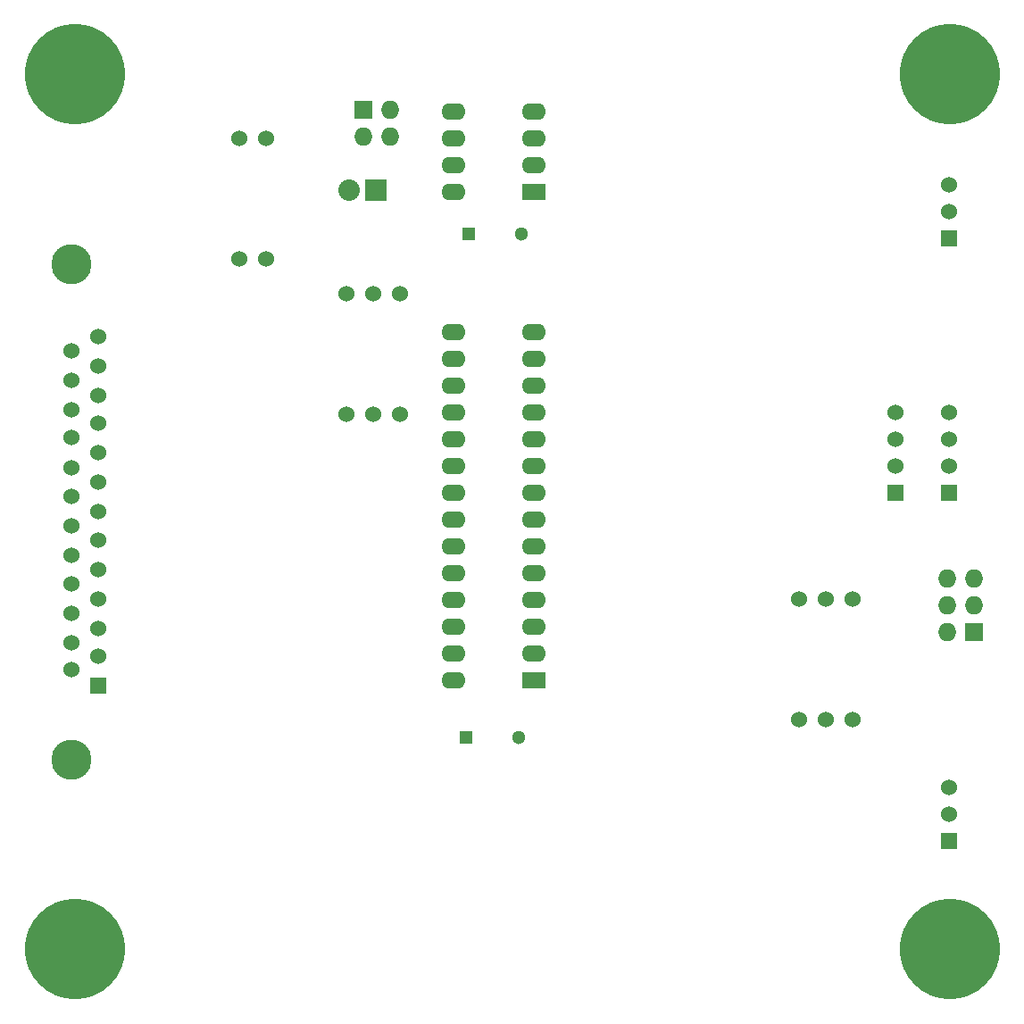
<source format=gbs>
G04 #@! TF.FileFunction,Soldermask,Bot*
%FSLAX46Y46*%
G04 Gerber Fmt 4.6, Leading zero omitted, Abs format (unit mm)*
G04 Created by KiCad (PCBNEW (after 2015-mar-04 BZR unknown)-product) date 5/16/2015 9:05:16 AM*
%MOMM*%
G01*
G04 APERTURE LIST*
%ADD10C,0.150000*%
%ADD11C,9.525000*%
%ADD12R,1.524000X1.524000*%
%ADD13C,1.524000*%
%ADD14C,3.810000*%
%ADD15R,1.727200X1.727200*%
%ADD16O,1.727200X1.727200*%
%ADD17R,2.032000X2.032000*%
%ADD18O,2.032000X2.032000*%
%ADD19O,2.286000X1.574800*%
%ADD20R,2.286000X1.574800*%
%ADD21R,1.300000X1.300000*%
%ADD22C,1.300000*%
G04 APERTURE END LIST*
D10*
D11*
X16000000Y-16000000D03*
X99000000Y-16000000D03*
X16000000Y-99000000D03*
X99000000Y-99000000D03*
D12*
X98900000Y-55720000D03*
D13*
X98900000Y-53180000D03*
X98900000Y-50640000D03*
X98900000Y-48100000D03*
D14*
X15730000Y-34005000D03*
X15730000Y-80995000D03*
D12*
X18270000Y-74010000D03*
D13*
X18270000Y-71216000D03*
X18270000Y-68549000D03*
X18270000Y-65755000D03*
X18270000Y-62961000D03*
X18270000Y-60167000D03*
X18270000Y-57500000D03*
X18270000Y-54706000D03*
X18270000Y-51912000D03*
X18270000Y-49118000D03*
X18270000Y-46451000D03*
X18270000Y-43657000D03*
X18270000Y-40863000D03*
X15730000Y-72435200D03*
X15730000Y-69895200D03*
X15730000Y-67101200D03*
X15730000Y-64358000D03*
X15730000Y-61614800D03*
X15730000Y-58820800D03*
X15730000Y-56077600D03*
X15730000Y-53334400D03*
X15730000Y-50489600D03*
X15730000Y-47797200D03*
X15730000Y-45054000D03*
X15730000Y-42260000D03*
D12*
X93820000Y-55720000D03*
D13*
X93820000Y-53180000D03*
X93820000Y-50640000D03*
X93820000Y-48100000D03*
D12*
X98900000Y-31590000D03*
D13*
X98900000Y-29050000D03*
X98900000Y-26510000D03*
D12*
X98900000Y-88740000D03*
D13*
X98900000Y-86200000D03*
X98900000Y-83660000D03*
X31590000Y-22065000D03*
X31590000Y-33495000D03*
X34130000Y-22065000D03*
X34130000Y-33495000D03*
D15*
X43401000Y-19398000D03*
D16*
X45941000Y-19398000D03*
X43401000Y-21938000D03*
X45941000Y-21938000D03*
D17*
X44544000Y-27018000D03*
D18*
X42004000Y-27018000D03*
D13*
X46830000Y-36797000D03*
X46830000Y-48227000D03*
X44290000Y-48227000D03*
X44290000Y-36797000D03*
X84676000Y-65753000D03*
X84676000Y-77183000D03*
X89756000Y-65753000D03*
X89756000Y-77183000D03*
X87216000Y-65753000D03*
X87216000Y-77183000D03*
X41750000Y-48227000D03*
X41750000Y-36797000D03*
D15*
X101313000Y-68928000D03*
D16*
X98773000Y-68928000D03*
X101313000Y-66388000D03*
X98773000Y-66388000D03*
X101313000Y-63848000D03*
X98773000Y-63848000D03*
D19*
X59530000Y-70960000D03*
X59530000Y-68420000D03*
X59530000Y-65880000D03*
X59530000Y-63340000D03*
X59530000Y-60800000D03*
X59530000Y-58260000D03*
X59530000Y-55720000D03*
X59530000Y-53180000D03*
X59530000Y-50640000D03*
X59530000Y-48100000D03*
X59530000Y-45560000D03*
X59530000Y-43020000D03*
X59530000Y-40480000D03*
D20*
X59530000Y-73500000D03*
D19*
X51910000Y-40480000D03*
X51910000Y-43020000D03*
X51910000Y-45560000D03*
X51910000Y-48100000D03*
X51910000Y-50640000D03*
X51910000Y-53180000D03*
X51910000Y-55720000D03*
X51910000Y-58260000D03*
X51910000Y-60800000D03*
X51910000Y-63340000D03*
X51910000Y-65880000D03*
X51910000Y-68420000D03*
X51910000Y-70960000D03*
X51910000Y-73500000D03*
D20*
X59530000Y-27145000D03*
D19*
X59530000Y-24605000D03*
X59530000Y-22065000D03*
X59530000Y-19525000D03*
X51910000Y-19525000D03*
X51910000Y-22065000D03*
X51910000Y-24605000D03*
X51910000Y-27145000D03*
D21*
X53350000Y-31106000D03*
D22*
X58350000Y-31106000D03*
D21*
X53096000Y-78858000D03*
D22*
X58096000Y-78858000D03*
M02*

</source>
